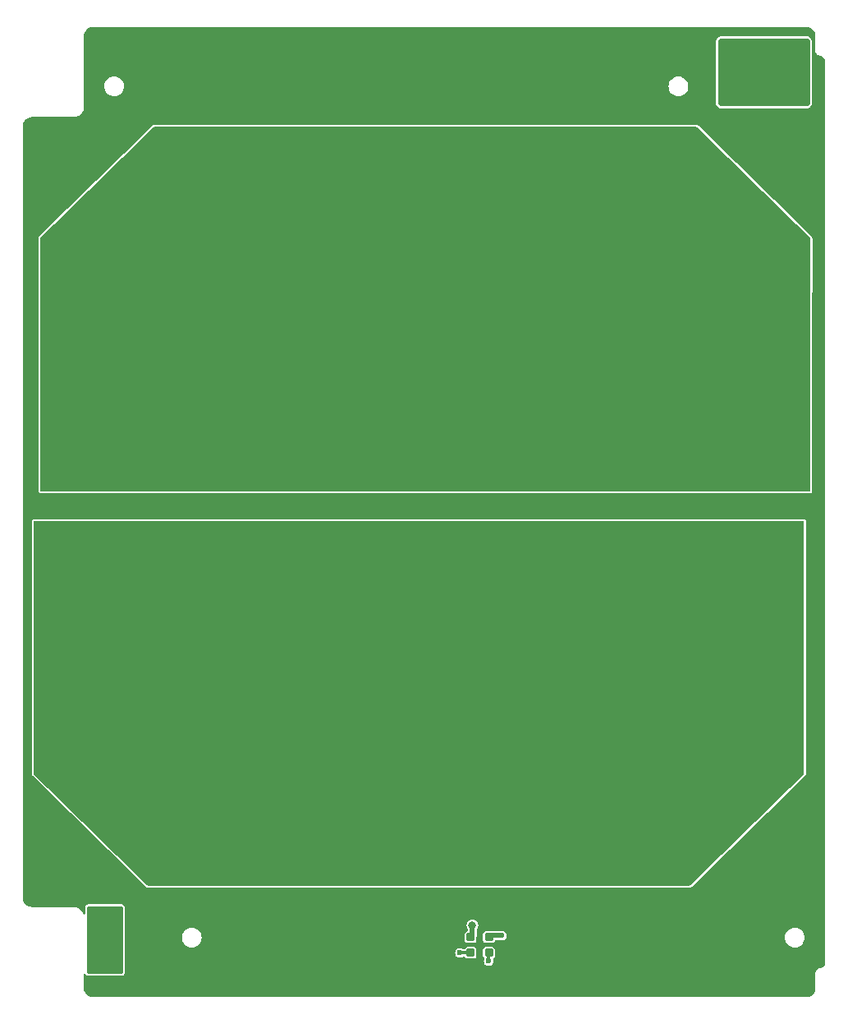
<source format=gtl>
G04 #@! TF.GenerationSoftware,KiCad,Pcbnew,8.0.2*
G04 #@! TF.CreationDate,2024-08-20T08:19:13+02:00*
G04 #@! TF.ProjectId,STS1_SIDEPANEL,53545331-5f53-4494-9445-50414e454c2e,rev?*
G04 #@! TF.SameCoordinates,Original*
G04 #@! TF.FileFunction,Copper,L1,Top*
G04 #@! TF.FilePolarity,Positive*
%FSLAX46Y46*%
G04 Gerber Fmt 4.6, Leading zero omitted, Abs format (unit mm)*
G04 Created by KiCad (PCBNEW 8.0.2) date 2024-08-20 08:19:13*
%MOMM*%
%LPD*%
G01*
G04 APERTURE LIST*
G04 Aperture macros list*
%AMRoundRect*
0 Rectangle with rounded corners*
0 $1 Rounding radius*
0 $2 $3 $4 $5 $6 $7 $8 $9 X,Y pos of 4 corners*
0 Add a 4 corners polygon primitive as box body*
4,1,4,$2,$3,$4,$5,$6,$7,$8,$9,$2,$3,0*
0 Add four circle primitives for the rounded corners*
1,1,$1+$1,$2,$3*
1,1,$1+$1,$4,$5*
1,1,$1+$1,$6,$7*
1,1,$1+$1,$8,$9*
0 Add four rect primitives between the rounded corners*
20,1,$1+$1,$2,$3,$4,$5,0*
20,1,$1+$1,$4,$5,$6,$7,0*
20,1,$1+$1,$6,$7,$8,$9,0*
20,1,$1+$1,$8,$9,$2,$3,0*%
%AMFreePoly0*
4,1,17,27.998779,14.255902,28.009846,14.246565,39.669846,2.866565,39.698571,2.811843,39.696113,2.795000,39.700000,2.795000,39.700000,-2.795000,-39.700000,-2.795000,-39.700000,2.795000,-39.695106,2.795000,-39.695106,2.825902,-39.669846,2.866565,-28.009846,14.246565,-27.954442,14.273952,-27.940000,14.275000,27.940000,14.275000,27.998779,14.255902,27.998779,14.255902,$1*%
G04 Aperture macros list end*
G04 #@! TA.AperFunction,FiducialPad,Local*
%ADD10C,6.000000*%
G04 #@! TD*
G04 #@! TA.AperFunction,SMDPad,CuDef*
%ADD11FreePoly0,180.000000*%
G04 #@! TD*
G04 #@! TA.AperFunction,FiducialPad,Global*
%ADD12C,6.000000*%
G04 #@! TD*
G04 #@! TA.AperFunction,SMDPad,CuDef*
%ADD13R,79.400000X20.475000*%
G04 #@! TD*
G04 #@! TA.AperFunction,SMDPad,CuDef*
%ADD14RoundRect,0.350000X4.400000X3.150000X-4.400000X3.150000X-4.400000X-3.150000X4.400000X-3.150000X0*%
G04 #@! TD*
G04 #@! TA.AperFunction,SMDPad,CuDef*
%ADD15RoundRect,0.185000X1.665000X3.315000X-1.665000X3.315000X-1.665000X-3.315000X1.665000X-3.315000X0*%
G04 #@! TD*
G04 #@! TA.AperFunction,SMDPad,CuDef*
%ADD16FreePoly0,0.000000*%
G04 #@! TD*
G04 #@! TA.AperFunction,SMDPad,CuDef*
%ADD17RoundRect,0.350000X-4.400000X-3.150000X4.400000X-3.150000X4.400000X3.150000X-4.400000X3.150000X0*%
G04 #@! TD*
G04 #@! TA.AperFunction,SMDPad,CuDef*
%ADD18RoundRect,0.100000X0.300000X0.300000X-0.300000X0.300000X-0.300000X-0.300000X0.300000X-0.300000X0*%
G04 #@! TD*
G04 #@! TA.AperFunction,ViaPad*
%ADD19C,0.600000*%
G04 #@! TD*
G04 #@! TA.AperFunction,ViaPad*
%ADD20C,0.800000*%
G04 #@! TD*
G04 #@! TA.AperFunction,Conductor*
%ADD21C,0.200000*%
G04 #@! TD*
G04 #@! TA.AperFunction,Conductor*
%ADD22C,0.500000*%
G04 #@! TD*
G04 #@! TA.AperFunction,Conductor*
%ADD23C,0.300000*%
G04 #@! TD*
G04 #@! TA.AperFunction,Conductor*
%ADD24C,1.000000*%
G04 #@! TD*
G04 APERTURE END LIST*
D10*
X148492000Y-108097800D03*
D11*
X124492000Y-113702800D03*
D12*
X124492000Y-108097800D03*
D13*
X124492000Y-100670300D03*
D12*
X98492000Y-108097800D03*
D14*
X139822000Y-133597800D03*
X108362000Y-133597800D03*
D15*
X92107000Y-133592800D03*
D10*
X101152400Y-69705000D03*
D16*
X125152400Y-64100000D03*
D12*
X125152400Y-69705000D03*
D13*
X125152400Y-77132500D03*
D12*
X151152400Y-69705000D03*
D17*
X109822400Y-44205000D03*
X141282400Y-44205000D03*
X160077400Y-44210000D03*
D18*
X129800000Y-133300000D03*
X129800000Y-134900000D03*
X131700000Y-134900000D03*
X131700000Y-133300000D03*
D19*
X84225000Y-76750000D03*
X99000000Y-135275000D03*
X165500000Y-123500000D03*
X99000000Y-138275000D03*
X149325000Y-41200000D03*
D20*
X91000000Y-89100000D03*
D19*
X130700000Y-45500000D03*
X115140000Y-133825000D03*
X165500000Y-117500000D03*
X101900000Y-136775000D03*
X90875000Y-50400000D03*
X133600000Y-41000000D03*
X118200000Y-42500000D03*
X132200000Y-45500000D03*
X146425000Y-41200000D03*
X130700000Y-41000000D03*
X161000000Y-128000000D03*
X115140000Y-136825000D03*
X96000000Y-138225000D03*
X165500000Y-102500000D03*
X103460000Y-138275000D03*
X84225000Y-73750000D03*
X165000000Y-54500000D03*
X121100000Y-138325000D03*
X99900000Y-42500000D03*
X98400000Y-44000000D03*
X155000000Y-131000000D03*
X84225000Y-69250000D03*
X113640000Y-136825000D03*
X161975000Y-136900000D03*
X165500000Y-107000000D03*
X84225000Y-79750000D03*
X165475000Y-89150000D03*
X92400000Y-40975000D03*
X146425000Y-45700000D03*
X147100000Y-136875000D03*
X88850000Y-88975000D03*
X131500000Y-136825000D03*
X135100000Y-44000000D03*
X159500000Y-126500000D03*
X96000000Y-133725000D03*
X165500000Y-96500000D03*
X165500000Y-101000000D03*
X84225000Y-61750000D03*
X92375000Y-48900000D03*
X132200000Y-41000000D03*
X145600000Y-138375000D03*
X155000000Y-129500000D03*
X92375000Y-50400000D03*
X119600000Y-138325000D03*
X159500000Y-129500000D03*
X115300000Y-41000000D03*
X84875000Y-53600000D03*
X164000000Y-131000000D03*
X161000000Y-125000000D03*
X150000000Y-133875000D03*
X134500000Y-133825000D03*
X157400000Y-133875000D03*
X151500000Y-136875000D03*
X125800000Y-41000000D03*
X162500000Y-129500000D03*
X119600000Y-133825000D03*
X125600000Y-136825000D03*
X156000000Y-135375000D03*
X132200000Y-42500000D03*
X84225000Y-67750000D03*
X124100000Y-135325000D03*
X119600000Y-136825000D03*
X87875000Y-53600000D03*
X165500000Y-108500000D03*
X96900000Y-45500000D03*
X100500000Y-138275000D03*
X84225000Y-63250000D03*
X149325000Y-45700000D03*
X134500000Y-138325000D03*
X147100000Y-138375000D03*
X134500000Y-136825000D03*
X153000000Y-138375000D03*
X99000000Y-133775000D03*
X147925000Y-44200000D03*
X165500000Y-90500000D03*
X165500000Y-104000000D03*
X127100000Y-136825000D03*
X99900000Y-45500000D03*
X162500000Y-122000000D03*
X164000000Y-123500000D03*
X165500000Y-122000000D03*
X101300000Y-41000000D03*
X93875000Y-47400000D03*
X152325000Y-42700000D03*
X153000000Y-136875000D03*
X119800000Y-41000000D03*
X150000000Y-136875000D03*
X159500000Y-131000000D03*
X162500000Y-126500000D03*
X158000000Y-129500000D03*
X165500000Y-111500000D03*
X162500000Y-128000000D03*
X162500000Y-125000000D03*
X95275000Y-47400000D03*
X86375000Y-54975000D03*
X87875000Y-52100000D03*
X165500000Y-98000000D03*
X89375000Y-52100000D03*
X160525000Y-89125000D03*
X84225000Y-72250000D03*
X156000000Y-136875000D03*
X84225000Y-82750000D03*
X165500000Y-114500000D03*
X161000000Y-123500000D03*
X116640000Y-133825000D03*
X164000000Y-122000000D03*
X118200000Y-45500000D03*
X97500000Y-135275000D03*
X102900000Y-44000000D03*
X124100000Y-136825000D03*
X127100000Y-135325000D03*
X165000000Y-49500000D03*
X150000000Y-138375000D03*
X156500000Y-131000000D03*
X115300000Y-42500000D03*
X84875000Y-52100000D03*
X154500000Y-136875000D03*
X133600000Y-44000000D03*
X134500000Y-135325000D03*
X90900000Y-40975000D03*
X133000000Y-138325000D03*
X152325000Y-41200000D03*
X156500000Y-128000000D03*
X86375000Y-52100000D03*
X95300000Y-40975000D03*
X161000000Y-129500000D03*
X161000000Y-126500000D03*
X87875000Y-54975000D03*
X119600000Y-135325000D03*
X165500000Y-129500000D03*
X160575000Y-133900000D03*
X84225000Y-88975000D03*
X122600000Y-133825000D03*
X104400000Y-45500000D03*
X98400000Y-45500000D03*
X127100000Y-138325000D03*
X121100000Y-135325000D03*
X165500000Y-131000000D03*
X87875000Y-50500000D03*
X118040000Y-136825000D03*
X115140000Y-135325000D03*
X158000000Y-126500000D03*
X157400000Y-138375000D03*
X159075000Y-136900000D03*
X130000000Y-138325000D03*
X125600000Y-135325000D03*
X130700000Y-42500000D03*
X104400000Y-42500000D03*
X165500000Y-126500000D03*
X135100000Y-41000000D03*
X145600000Y-136875000D03*
X164000000Y-128000000D03*
X121300000Y-42500000D03*
X164000000Y-129500000D03*
X147100000Y-135375000D03*
X153875000Y-45700000D03*
X159075000Y-138400000D03*
X89375000Y-50500000D03*
X121100000Y-133825000D03*
X133600000Y-45500000D03*
X84225000Y-78250000D03*
X97500000Y-138275000D03*
X162500000Y-131000000D03*
X146425000Y-42700000D03*
X93900000Y-42475000D03*
X165500000Y-125000000D03*
X104400000Y-44000000D03*
X92400000Y-42475000D03*
X157400000Y-136875000D03*
X153000000Y-133875000D03*
X165500000Y-119000000D03*
X115140000Y-138325000D03*
X86375000Y-50500000D03*
X84875000Y-57575000D03*
X95300000Y-42475000D03*
X89375000Y-53600000D03*
X93875000Y-48900000D03*
X121100000Y-136825000D03*
X159500000Y-125000000D03*
X157400000Y-135375000D03*
X98400000Y-42500000D03*
X147925000Y-42700000D03*
X153875000Y-41200000D03*
X162375000Y-89125000D03*
X121300000Y-41000000D03*
X96900000Y-42500000D03*
X149325000Y-44200000D03*
X101900000Y-138275000D03*
X125600000Y-133825000D03*
X156500000Y-129500000D03*
X164000000Y-125000000D03*
X99900000Y-44000000D03*
X150825000Y-41200000D03*
X84875000Y-50500000D03*
X135100000Y-42500000D03*
X100500000Y-136775000D03*
X96000000Y-135225000D03*
X153000000Y-135375000D03*
X132200000Y-44000000D03*
X116800000Y-41000000D03*
X158000000Y-128000000D03*
X129200000Y-41000000D03*
X148600000Y-135375000D03*
X153875000Y-42700000D03*
X101300000Y-42500000D03*
X102900000Y-45500000D03*
X102900000Y-41000000D03*
X122600000Y-136825000D03*
X129200000Y-42500000D03*
X148600000Y-138375000D03*
X165500000Y-92000000D03*
X122600000Y-135325000D03*
X84875000Y-56375000D03*
X116800000Y-42500000D03*
X96900000Y-44000000D03*
X119800000Y-45500000D03*
X121300000Y-44000000D03*
X164000000Y-126500000D03*
X90875000Y-47400000D03*
X154500000Y-133875000D03*
X118040000Y-138325000D03*
X118040000Y-135325000D03*
X124100000Y-133825000D03*
X84225000Y-84250000D03*
X84225000Y-85750000D03*
X116640000Y-135325000D03*
X159500000Y-128000000D03*
X90875000Y-52100000D03*
X145600000Y-133875000D03*
X146425000Y-44200000D03*
X102900000Y-42500000D03*
X97500000Y-136775000D03*
X165500000Y-116000000D03*
X99000000Y-136775000D03*
X156000000Y-138375000D03*
X84225000Y-87250000D03*
X116800000Y-44000000D03*
X113640000Y-138325000D03*
X119800000Y-42500000D03*
X153875000Y-44200000D03*
X86375000Y-56375000D03*
X133000000Y-135325000D03*
X147925000Y-41200000D03*
X101300000Y-44000000D03*
X118040000Y-133825000D03*
X158000000Y-131000000D03*
X127300000Y-41000000D03*
X113640000Y-133825000D03*
X93900000Y-40975000D03*
X116800000Y-45500000D03*
X165500000Y-110000000D03*
X151500000Y-135375000D03*
X97500000Y-133775000D03*
X84225000Y-64750000D03*
X128500000Y-138325000D03*
X96900000Y-41000000D03*
X159075000Y-133900000D03*
X118200000Y-41000000D03*
X93875000Y-50400000D03*
X150000000Y-135375000D03*
X151500000Y-133875000D03*
X84225000Y-66250000D03*
X127100000Y-133825000D03*
X129200000Y-45500000D03*
X160575000Y-138400000D03*
X122800000Y-41000000D03*
X119800000Y-44000000D03*
X147100000Y-133875000D03*
X96000000Y-136725000D03*
X131500000Y-138325000D03*
X165500000Y-120500000D03*
X156000000Y-133875000D03*
X163975000Y-89125000D03*
X165500000Y-99500000D03*
X159075000Y-135400000D03*
X101900000Y-135275000D03*
X145600000Y-135375000D03*
X86375000Y-53600000D03*
X124200000Y-41000000D03*
X165500000Y-105500000D03*
X98400000Y-41000000D03*
X116640000Y-136825000D03*
X84225000Y-81250000D03*
X129200000Y-44000000D03*
X90900000Y-42475000D03*
X130700000Y-44000000D03*
X149325000Y-42700000D03*
X162500000Y-123500000D03*
X116640000Y-138325000D03*
X100500000Y-135275000D03*
X133600000Y-42500000D03*
X101300000Y-45500000D03*
X85725000Y-88975000D03*
X164000000Y-120500000D03*
X165500000Y-128000000D03*
X122600000Y-138325000D03*
X115300000Y-45500000D03*
X92375000Y-47400000D03*
X90875000Y-48900000D03*
X84875000Y-58975000D03*
X160575000Y-136900000D03*
X135100000Y-45500000D03*
X154500000Y-138375000D03*
X104400000Y-41000000D03*
X161000000Y-131000000D03*
X130000000Y-136825000D03*
X148600000Y-133875000D03*
X165500000Y-93500000D03*
X133000000Y-136825000D03*
X147925000Y-45700000D03*
X84225000Y-70750000D03*
X148600000Y-136875000D03*
X135900000Y-138325000D03*
X124100000Y-138325000D03*
X154500000Y-135375000D03*
X84225000Y-75250000D03*
X165500000Y-113000000D03*
X87350000Y-88975000D03*
X161975000Y-138400000D03*
X95275000Y-48900000D03*
X113640000Y-135325000D03*
X128500000Y-136825000D03*
X115300000Y-44000000D03*
X99900000Y-41000000D03*
X118200000Y-44000000D03*
X165500000Y-95000000D03*
X161975000Y-135400000D03*
X125600000Y-138325000D03*
X84875000Y-54975000D03*
X151500000Y-138375000D03*
X160575000Y-135400000D03*
X150825000Y-42700000D03*
X133025000Y-133150000D03*
X131675000Y-135775000D03*
X128725000Y-134925000D03*
D20*
X130000000Y-132075000D03*
D21*
X140260000Y-134500000D02*
X140900000Y-133860000D01*
D22*
X133025000Y-133150000D02*
X131850000Y-133150000D01*
X131850000Y-133150000D02*
X131700000Y-133300000D01*
D23*
X131675000Y-135775000D02*
X131675000Y-134925000D01*
X131675000Y-134925000D02*
X131700000Y-134900000D01*
X128725000Y-134925000D02*
X129775000Y-134925000D01*
X129775000Y-134925000D02*
X129800000Y-134900000D01*
D24*
X125152400Y-69705000D02*
X125152400Y-77132500D01*
D22*
X130000000Y-132075000D02*
X130000000Y-133100000D01*
X130000000Y-133100000D02*
X129800000Y-133300000D01*
G04 #@! TA.AperFunction,Conductor*
G36*
X164404540Y-39510933D02*
G01*
X164518978Y-39521689D01*
X164562784Y-39525806D01*
X164579604Y-39528870D01*
X164654365Y-39549289D01*
X164729132Y-39569711D01*
X164745163Y-39575619D01*
X164885429Y-39641577D01*
X164900213Y-39650160D01*
X165027039Y-39739269D01*
X165040129Y-39750270D01*
X165149729Y-39859870D01*
X165160730Y-39872960D01*
X165249839Y-39999786D01*
X165258423Y-40014572D01*
X165324377Y-40154828D01*
X165330290Y-40170872D01*
X165371129Y-40320395D01*
X165374193Y-40337215D01*
X165389066Y-40495457D01*
X165389500Y-40504721D01*
X165389500Y-41983814D01*
X165388832Y-41989015D01*
X165389328Y-41997399D01*
X165389500Y-42003234D01*
X165389500Y-42016145D01*
X165390766Y-42021654D01*
X165393429Y-42066540D01*
X165393430Y-42066542D01*
X165432606Y-42192673D01*
X165500876Y-42305726D01*
X165500877Y-42305727D01*
X165500879Y-42305730D01*
X165594270Y-42399121D01*
X165707329Y-42467395D01*
X165833459Y-42506570D01*
X165889867Y-42509916D01*
X165907445Y-42512558D01*
X166008756Y-42537255D01*
X166029035Y-42544620D01*
X166120969Y-42589897D01*
X166139181Y-42601490D01*
X166219113Y-42665618D01*
X166234381Y-42680886D01*
X166298509Y-42760818D01*
X166310102Y-42779030D01*
X166355376Y-42870957D01*
X166362746Y-42891250D01*
X166386683Y-42989443D01*
X166389500Y-43012890D01*
X166389500Y-135988824D01*
X166387336Y-136009409D01*
X166365919Y-136110161D01*
X166358661Y-136131728D01*
X166315154Y-136224185D01*
X166303162Y-136243526D01*
X166239695Y-136323602D01*
X166223602Y-136339695D01*
X166143526Y-136403162D01*
X166124186Y-136415154D01*
X166071322Y-136440030D01*
X166031730Y-136458660D01*
X166010163Y-136465919D01*
X165911600Y-136486869D01*
X165886908Y-136488947D01*
X165846082Y-136487250D01*
X165842213Y-136487090D01*
X165842212Y-136487090D01*
X165727799Y-136509480D01*
X165727791Y-136509482D01*
X165621823Y-136558096D01*
X165530225Y-136630214D01*
X165530214Y-136630225D01*
X165458096Y-136721823D01*
X165409482Y-136827791D01*
X165409480Y-136827799D01*
X165387090Y-136942211D01*
X165389415Y-136998147D01*
X165389500Y-137002258D01*
X165389500Y-138495278D01*
X165389066Y-138504542D01*
X165374193Y-138662784D01*
X165371129Y-138679604D01*
X165330290Y-138829127D01*
X165324377Y-138845171D01*
X165258423Y-138985427D01*
X165249839Y-139000213D01*
X165160730Y-139127039D01*
X165149729Y-139140129D01*
X165040129Y-139249729D01*
X165027039Y-139260730D01*
X164900213Y-139349839D01*
X164885427Y-139358423D01*
X164745171Y-139424377D01*
X164729127Y-139430290D01*
X164579604Y-139471129D01*
X164562784Y-139474193D01*
X164419854Y-139487626D01*
X164404540Y-139489066D01*
X164395279Y-139489500D01*
X90904721Y-139489500D01*
X90895459Y-139489066D01*
X90878705Y-139487491D01*
X90737215Y-139474193D01*
X90720395Y-139471129D01*
X90570872Y-139430290D01*
X90554830Y-139424377D01*
X90484700Y-139391400D01*
X90414572Y-139358423D01*
X90399786Y-139349839D01*
X90272960Y-139260730D01*
X90259870Y-139249729D01*
X90150270Y-139140129D01*
X90139269Y-139127039D01*
X90050160Y-139000213D01*
X90041576Y-138985427D01*
X90014325Y-138927475D01*
X89975619Y-138845163D01*
X89969711Y-138829132D01*
X89949289Y-138754365D01*
X89928870Y-138679604D01*
X89925806Y-138662783D01*
X89910934Y-138504541D01*
X89910500Y-138495278D01*
X89910500Y-137126255D01*
X89929407Y-137068064D01*
X89978907Y-137032100D01*
X90040093Y-137032100D01*
X90089593Y-137068064D01*
X90098438Y-137082770D01*
X90123924Y-137134902D01*
X90214898Y-137225876D01*
X90330482Y-137282382D01*
X90405418Y-137293300D01*
X90405421Y-137293300D01*
X93808578Y-137293300D01*
X93808582Y-137293300D01*
X93883518Y-137282382D01*
X93999102Y-137225876D01*
X94090076Y-137134902D01*
X94146582Y-137019318D01*
X94157500Y-136944382D01*
X94157500Y-134924997D01*
X128219353Y-134924997D01*
X128219353Y-134925002D01*
X128239834Y-135067456D01*
X128299622Y-135198371D01*
X128299623Y-135198373D01*
X128368682Y-135278072D01*
X128393873Y-135307144D01*
X128495982Y-135372765D01*
X128514947Y-135384953D01*
X128621403Y-135416211D01*
X128653035Y-135425499D01*
X128653036Y-135425499D01*
X128653039Y-135425500D01*
X128653041Y-135425500D01*
X128796959Y-135425500D01*
X128796961Y-135425500D01*
X128935053Y-135384953D01*
X129056128Y-135307143D01*
X129061480Y-135302506D01*
X129062968Y-135304223D01*
X129106341Y-135278072D01*
X129128759Y-135275500D01*
X129140339Y-135275500D01*
X129198530Y-135294407D01*
X129230903Y-135334511D01*
X129247794Y-135372765D01*
X129327235Y-135452206D01*
X129430009Y-135497585D01*
X129455135Y-135500500D01*
X130144864Y-135500499D01*
X130169991Y-135497585D01*
X130272765Y-135452206D01*
X130352206Y-135372765D01*
X130397585Y-135269991D01*
X130400500Y-135244865D01*
X130400499Y-134555136D01*
X130400498Y-134555130D01*
X131099500Y-134555130D01*
X131099500Y-135244860D01*
X131099501Y-135244863D01*
X131102414Y-135269990D01*
X131127756Y-135327385D01*
X131147794Y-135372765D01*
X131209495Y-135434466D01*
X131237271Y-135488981D01*
X131229543Y-135545595D01*
X131189834Y-135632543D01*
X131169353Y-135774997D01*
X131169353Y-135775002D01*
X131189834Y-135917456D01*
X131249622Y-136048371D01*
X131249623Y-136048373D01*
X131321850Y-136131728D01*
X131343873Y-136157144D01*
X131464318Y-136234549D01*
X131464947Y-136234953D01*
X131571403Y-136266211D01*
X131603035Y-136275499D01*
X131603036Y-136275499D01*
X131603039Y-136275500D01*
X131603041Y-136275500D01*
X131746959Y-136275500D01*
X131746961Y-136275500D01*
X131885053Y-136234953D01*
X132006128Y-136157143D01*
X132100377Y-136048373D01*
X132160165Y-135917457D01*
X132180647Y-135775000D01*
X132160165Y-135632543D01*
X132135026Y-135577496D01*
X132128051Y-135516709D01*
X132158137Y-135463432D01*
X132169137Y-135454690D01*
X132172758Y-135452209D01*
X132172765Y-135452206D01*
X132252206Y-135372765D01*
X132297585Y-135269991D01*
X132300500Y-135244865D01*
X132300499Y-134555136D01*
X132297585Y-134530009D01*
X132252206Y-134427235D01*
X132172765Y-134347794D01*
X132069991Y-134302415D01*
X132069990Y-134302414D01*
X132069988Y-134302414D01*
X132044868Y-134299500D01*
X131355139Y-134299500D01*
X131355136Y-134299501D01*
X131330009Y-134302414D01*
X131227235Y-134347794D01*
X131147794Y-134427235D01*
X131102414Y-134530011D01*
X131099500Y-134555130D01*
X130400498Y-134555130D01*
X130397585Y-134530009D01*
X130352206Y-134427235D01*
X130272765Y-134347794D01*
X130169991Y-134302415D01*
X130169990Y-134302414D01*
X130169988Y-134302414D01*
X130144868Y-134299500D01*
X129455139Y-134299500D01*
X129455136Y-134299501D01*
X129430009Y-134302414D01*
X129327235Y-134347794D01*
X129247793Y-134427236D01*
X129211955Y-134508401D01*
X129171154Y-134553996D01*
X129111345Y-134566901D01*
X129062621Y-134545849D01*
X129062085Y-134546685D01*
X129057019Y-134543429D01*
X129056560Y-134543231D01*
X129056128Y-134542856D01*
X128935057Y-134465049D01*
X128935054Y-134465047D01*
X128935053Y-134465047D01*
X128935050Y-134465046D01*
X128796964Y-134424500D01*
X128796961Y-134424500D01*
X128653039Y-134424500D01*
X128653035Y-134424500D01*
X128514949Y-134465046D01*
X128514942Y-134465049D01*
X128393873Y-134542855D01*
X128299622Y-134651628D01*
X128239834Y-134782543D01*
X128219353Y-134924997D01*
X94157500Y-134924997D01*
X94157500Y-133349996D01*
X100034611Y-133349996D01*
X100034611Y-133350003D01*
X100054119Y-133548087D01*
X100054120Y-133548093D01*
X100105551Y-133717636D01*
X100111903Y-133738573D01*
X100111906Y-133738578D01*
X100111907Y-133738581D01*
X100130179Y-133772765D01*
X100205735Y-133914120D01*
X100205737Y-133914122D01*
X100205738Y-133914124D01*
X100332007Y-134067983D01*
X100332016Y-134067992D01*
X100485875Y-134194261D01*
X100485880Y-134194265D01*
X100661427Y-134288097D01*
X100768202Y-134320487D01*
X100851906Y-134345879D01*
X100851912Y-134345880D01*
X101049997Y-134365389D01*
X101050000Y-134365389D01*
X101050003Y-134365389D01*
X101248087Y-134345880D01*
X101248093Y-134345879D01*
X101438573Y-134288097D01*
X101614120Y-134194265D01*
X101767988Y-134067988D01*
X101894265Y-133914120D01*
X101988097Y-133738573D01*
X102045879Y-133548093D01*
X102046377Y-133543042D01*
X102065389Y-133350003D01*
X102065389Y-133349996D01*
X102045880Y-133151912D01*
X102045879Y-133151906D01*
X102002086Y-133007543D01*
X101988097Y-132961427D01*
X101984731Y-132955130D01*
X129199500Y-132955130D01*
X129199500Y-133644860D01*
X129199501Y-133644863D01*
X129202414Y-133669990D01*
X129227756Y-133727385D01*
X129247794Y-133772765D01*
X129327235Y-133852206D01*
X129430009Y-133897585D01*
X129455135Y-133900500D01*
X130144864Y-133900499D01*
X130169991Y-133897585D01*
X130272765Y-133852206D01*
X130352206Y-133772765D01*
X130397585Y-133669991D01*
X130400500Y-133644865D01*
X130400499Y-133333841D01*
X130413763Y-133284341D01*
X130419799Y-133273887D01*
X130437102Y-133209309D01*
X130450500Y-133159309D01*
X130450500Y-132955130D01*
X131099500Y-132955130D01*
X131099500Y-133644860D01*
X131099501Y-133644863D01*
X131102414Y-133669990D01*
X131127756Y-133727385D01*
X131147794Y-133772765D01*
X131227235Y-133852206D01*
X131330009Y-133897585D01*
X131355135Y-133900500D01*
X132044864Y-133900499D01*
X132069991Y-133897585D01*
X132172765Y-133852206D01*
X132252206Y-133772765D01*
X132297585Y-133669991D01*
X132297585Y-133669988D01*
X132300592Y-133663179D01*
X132302763Y-133664137D01*
X132330154Y-133622319D01*
X132387362Y-133600616D01*
X132392155Y-133600500D01*
X132772712Y-133600500D01*
X132808083Y-133608195D01*
X132808153Y-133607958D01*
X132811468Y-133608931D01*
X132813838Y-133609447D01*
X132814943Y-133609951D01*
X132814944Y-133609951D01*
X132814947Y-133609953D01*
X132928939Y-133643423D01*
X132953035Y-133650499D01*
X132953036Y-133650499D01*
X132953039Y-133650500D01*
X132953041Y-133650500D01*
X133096959Y-133650500D01*
X133096961Y-133650500D01*
X133235053Y-133609953D01*
X133356128Y-133532143D01*
X133450377Y-133423373D01*
X133483888Y-133349996D01*
X162234611Y-133349996D01*
X162234611Y-133350003D01*
X162254119Y-133548087D01*
X162254120Y-133548093D01*
X162305551Y-133717636D01*
X162311903Y-133738573D01*
X162311906Y-133738578D01*
X162311907Y-133738581D01*
X162330179Y-133772765D01*
X162405735Y-133914120D01*
X162405737Y-133914122D01*
X162405738Y-133914124D01*
X162532007Y-134067983D01*
X162532016Y-134067992D01*
X162685875Y-134194261D01*
X162685880Y-134194265D01*
X162861427Y-134288097D01*
X162968202Y-134320487D01*
X163051906Y-134345879D01*
X163051912Y-134345880D01*
X163249997Y-134365389D01*
X163250000Y-134365389D01*
X163250003Y-134365389D01*
X163448087Y-134345880D01*
X163448093Y-134345879D01*
X163638573Y-134288097D01*
X163814120Y-134194265D01*
X163967988Y-134067988D01*
X164094265Y-133914120D01*
X164188097Y-133738573D01*
X164245879Y-133548093D01*
X164246377Y-133543042D01*
X164265389Y-133350003D01*
X164265389Y-133349996D01*
X164245880Y-133151912D01*
X164245879Y-133151906D01*
X164202086Y-133007543D01*
X164188097Y-132961427D01*
X164094265Y-132785880D01*
X164079472Y-132767855D01*
X163967992Y-132632016D01*
X163967983Y-132632007D01*
X163814124Y-132505738D01*
X163814122Y-132505737D01*
X163814120Y-132505735D01*
X163705477Y-132447664D01*
X163638581Y-132411907D01*
X163638578Y-132411906D01*
X163638573Y-132411903D01*
X163617636Y-132405551D01*
X163448093Y-132354120D01*
X163448087Y-132354119D01*
X163250003Y-132334611D01*
X163249997Y-132334611D01*
X163051912Y-132354119D01*
X163051906Y-132354120D01*
X162861433Y-132411901D01*
X162861431Y-132411901D01*
X162861427Y-132411903D01*
X162861424Y-132411904D01*
X162861418Y-132411907D01*
X162685885Y-132505732D01*
X162685875Y-132505738D01*
X162532016Y-132632007D01*
X162532007Y-132632016D01*
X162405738Y-132785875D01*
X162405732Y-132785885D01*
X162311907Y-132961418D01*
X162311901Y-132961433D01*
X162254120Y-133151906D01*
X162254119Y-133151912D01*
X162234611Y-133349996D01*
X133483888Y-133349996D01*
X133510165Y-133292457D01*
X133522120Y-133209308D01*
X133530647Y-133150002D01*
X133530647Y-133149997D01*
X133510165Y-133007543D01*
X133486231Y-132955135D01*
X133450377Y-132876627D01*
X133356128Y-132767857D01*
X133356127Y-132767856D01*
X133356126Y-132767855D01*
X133235057Y-132690049D01*
X133235054Y-132690047D01*
X133235053Y-132690047D01*
X133235050Y-132690046D01*
X133096964Y-132649500D01*
X133096961Y-132649500D01*
X132953039Y-132649500D01*
X132953035Y-132649500D01*
X132814943Y-132690048D01*
X132813838Y-132690553D01*
X132811468Y-132691068D01*
X132808153Y-132692042D01*
X132808083Y-132691804D01*
X132772712Y-132699500D01*
X131355139Y-132699500D01*
X131355136Y-132699501D01*
X131330009Y-132702414D01*
X131227235Y-132747794D01*
X131147794Y-132827235D01*
X131102414Y-132930011D01*
X131099500Y-132955130D01*
X130450500Y-132955130D01*
X130450500Y-132507932D01*
X130469407Y-132449741D01*
X130470936Y-132447693D01*
X130524536Y-132377841D01*
X130585044Y-132231762D01*
X130605682Y-132075000D01*
X130585044Y-131918238D01*
X130524537Y-131772161D01*
X130524537Y-131772160D01*
X130428286Y-131646723D01*
X130428285Y-131646722D01*
X130428282Y-131646718D01*
X130428277Y-131646714D01*
X130428276Y-131646713D01*
X130302838Y-131550462D01*
X130156766Y-131489957D01*
X130156758Y-131489955D01*
X130000001Y-131469318D01*
X129999999Y-131469318D01*
X129843241Y-131489955D01*
X129843233Y-131489957D01*
X129697161Y-131550462D01*
X129697160Y-131550462D01*
X129571723Y-131646713D01*
X129571713Y-131646723D01*
X129475462Y-131772160D01*
X129475462Y-131772161D01*
X129414957Y-131918233D01*
X129414955Y-131918241D01*
X129394318Y-132074999D01*
X129394318Y-132075000D01*
X129414955Y-132231758D01*
X129414957Y-132231766D01*
X129475462Y-132377838D01*
X129475463Y-132377840D01*
X129475464Y-132377841D01*
X129529042Y-132447665D01*
X129549466Y-132505340D01*
X129549500Y-132507932D01*
X129549500Y-132600603D01*
X129530593Y-132658794D01*
X129481093Y-132694758D01*
X129457966Y-132699110D01*
X129457974Y-132699172D01*
X129457108Y-132699272D01*
X129456234Y-132699437D01*
X129455143Y-132699500D01*
X129430009Y-132702414D01*
X129327235Y-132747794D01*
X129247794Y-132827235D01*
X129202414Y-132930011D01*
X129199500Y-132955130D01*
X101984731Y-132955130D01*
X101894265Y-132785880D01*
X101879472Y-132767855D01*
X101767992Y-132632016D01*
X101767983Y-132632007D01*
X101614124Y-132505738D01*
X101614122Y-132505737D01*
X101614120Y-132505735D01*
X101505477Y-132447664D01*
X101438581Y-132411907D01*
X101438578Y-132411906D01*
X101438573Y-132411903D01*
X101417636Y-132405551D01*
X101248093Y-132354120D01*
X101248087Y-132354119D01*
X101050003Y-132334611D01*
X101049997Y-132334611D01*
X100851912Y-132354119D01*
X100851906Y-132354120D01*
X100661433Y-132411901D01*
X100661431Y-132411901D01*
X100661427Y-132411903D01*
X100661424Y-132411904D01*
X100661418Y-132411907D01*
X100485885Y-132505732D01*
X100485875Y-132505738D01*
X100332016Y-132632007D01*
X100332007Y-132632016D01*
X100205738Y-132785875D01*
X100205732Y-132785885D01*
X100111907Y-132961418D01*
X100111901Y-132961433D01*
X100054120Y-133151906D01*
X100054119Y-133151912D01*
X100034611Y-133349996D01*
X94157500Y-133349996D01*
X94157500Y-130241218D01*
X94146582Y-130166282D01*
X94090076Y-130050698D01*
X93999102Y-129959724D01*
X93883518Y-129903218D01*
X93808582Y-129892300D01*
X90405418Y-129892300D01*
X90330482Y-129903218D01*
X90214899Y-129959723D01*
X90123923Y-130050699D01*
X90067418Y-130166282D01*
X90058629Y-130226609D01*
X90056500Y-130241221D01*
X90056500Y-130866678D01*
X90037593Y-130924869D01*
X89988093Y-130960833D01*
X89926907Y-130960833D01*
X89877407Y-130924869D01*
X89864607Y-130900912D01*
X89817290Y-130772520D01*
X89728694Y-130619922D01*
X89728691Y-130619918D01*
X89615166Y-130484845D01*
X89615161Y-130484839D01*
X89566812Y-130444203D01*
X89480081Y-130371308D01*
X89480077Y-130371305D01*
X89327479Y-130282709D01*
X89175254Y-130226609D01*
X89161904Y-130221689D01*
X89161902Y-130221688D01*
X89161898Y-130221687D01*
X88988309Y-130190069D01*
X88923776Y-130189653D01*
X88923020Y-130189500D01*
X88904349Y-130189500D01*
X88900488Y-130189500D01*
X88899792Y-130189498D01*
X88882250Y-130189374D01*
X88881432Y-130189500D01*
X84604721Y-130189500D01*
X84595459Y-130189066D01*
X84578705Y-130187491D01*
X84437215Y-130174193D01*
X84420395Y-130171129D01*
X84270872Y-130130290D01*
X84254830Y-130124377D01*
X84184700Y-130091400D01*
X84114572Y-130058423D01*
X84099786Y-130049839D01*
X83972960Y-129960730D01*
X83959870Y-129949729D01*
X83850270Y-129840129D01*
X83839269Y-129827039D01*
X83750160Y-129700213D01*
X83741576Y-129685427D01*
X83714325Y-129627475D01*
X83675619Y-129545163D01*
X83669711Y-129529132D01*
X83649289Y-129454365D01*
X83628870Y-129379604D01*
X83625806Y-129362783D01*
X83610934Y-129204541D01*
X83610500Y-129195278D01*
X83610500Y-116522589D01*
X84583122Y-116522589D01*
X84583123Y-116522597D01*
X84606546Y-116611000D01*
X84606549Y-116611007D01*
X84636706Y-116668456D01*
X84636709Y-116668460D01*
X84675119Y-116719998D01*
X84675123Y-116720002D01*
X84675128Y-116720009D01*
X96335128Y-128100009D01*
X96344008Y-128108068D01*
X96346164Y-128110025D01*
X96357767Y-128119813D01*
X96357772Y-128119817D01*
X96426780Y-128158189D01*
X96488497Y-128178242D01*
X96488498Y-128178242D01*
X96488501Y-128178243D01*
X96551997Y-128188300D01*
X96552000Y-128188300D01*
X152431997Y-128188300D01*
X152432000Y-128188300D01*
X152446881Y-128187760D01*
X152462045Y-128186659D01*
X152538227Y-128165921D01*
X152596401Y-128137165D01*
X152648872Y-128100009D01*
X164308872Y-116720009D01*
X164339899Y-116681381D01*
X164366422Y-116638685D01*
X164377010Y-116619410D01*
X164397361Y-116530247D01*
X164397361Y-116504600D01*
X164397500Y-116502129D01*
X164397500Y-110907800D01*
X164393122Y-110868941D01*
X164392500Y-110857857D01*
X164392500Y-90413053D01*
X164392498Y-90413041D01*
X164389711Y-90399031D01*
X164380867Y-90354569D01*
X164336552Y-90288248D01*
X164336548Y-90288245D01*
X164270233Y-90243934D01*
X164270231Y-90243933D01*
X164270228Y-90243932D01*
X164270227Y-90243932D01*
X164211758Y-90232301D01*
X164211748Y-90232300D01*
X84772252Y-90232300D01*
X84772251Y-90232300D01*
X84772241Y-90232301D01*
X84713772Y-90243932D01*
X84713766Y-90243934D01*
X84647451Y-90288245D01*
X84647445Y-90288251D01*
X84603134Y-90354566D01*
X84603132Y-90354572D01*
X84591501Y-90413041D01*
X84591500Y-90413053D01*
X84591500Y-110874738D01*
X84589018Y-110896766D01*
X84586500Y-110907798D01*
X84586500Y-116469399D01*
X84585462Y-116483696D01*
X84585155Y-116485796D01*
X84585152Y-116485827D01*
X84583122Y-116522589D01*
X83610500Y-116522589D01*
X83610500Y-61300682D01*
X85246900Y-61300682D01*
X85246900Y-66895001D01*
X85251278Y-66933857D01*
X85251900Y-66944941D01*
X85251900Y-87389746D01*
X85251901Y-87389758D01*
X85263532Y-87448227D01*
X85263533Y-87448231D01*
X85307848Y-87514552D01*
X85374169Y-87558867D01*
X85418631Y-87567711D01*
X85432641Y-87570498D01*
X85432646Y-87570498D01*
X85432652Y-87570500D01*
X85432653Y-87570500D01*
X164872147Y-87570500D01*
X164872148Y-87570500D01*
X164930631Y-87558867D01*
X164996952Y-87514552D01*
X165041267Y-87448231D01*
X165052900Y-87389748D01*
X165052900Y-66928061D01*
X165055382Y-66906030D01*
X165057900Y-66895000D01*
X165057900Y-61333401D01*
X165058938Y-61319101D01*
X165059246Y-61316993D01*
X165061277Y-61280206D01*
X165037854Y-61191800D01*
X165007692Y-61134342D01*
X165007690Y-61134339D01*
X164969280Y-61082801D01*
X164969276Y-61082796D01*
X164969272Y-61082791D01*
X153309272Y-49702791D01*
X153298249Y-49692787D01*
X153298235Y-49692774D01*
X153286632Y-49682986D01*
X153286626Y-49682982D01*
X153217620Y-49644611D01*
X153155898Y-49624556D01*
X153092403Y-49614500D01*
X153092400Y-49614500D01*
X97212400Y-49614500D01*
X97201239Y-49614905D01*
X97197518Y-49615040D01*
X97182353Y-49616141D01*
X97182352Y-49616141D01*
X97106172Y-49636879D01*
X97048004Y-49665632D01*
X97047997Y-49665636D01*
X97023502Y-49682982D01*
X97009656Y-49692787D01*
X96995527Y-49702792D01*
X85335522Y-61082796D01*
X85335522Y-61082797D01*
X85304513Y-61121402D01*
X85304500Y-61121421D01*
X85277978Y-61164114D01*
X85277975Y-61164120D01*
X85267390Y-61183388D01*
X85247039Y-61272554D01*
X85247039Y-61298206D01*
X85246900Y-61300682D01*
X83610500Y-61300682D01*
X83610500Y-49804721D01*
X83610934Y-49795458D01*
X83625806Y-49637216D01*
X83628870Y-49620395D01*
X83638756Y-49584197D01*
X83669712Y-49470863D01*
X83675617Y-49454840D01*
X83741579Y-49314565D01*
X83750160Y-49299786D01*
X83839269Y-49172960D01*
X83850264Y-49159876D01*
X83959876Y-49050264D01*
X83972960Y-49039269D01*
X84099786Y-48950160D01*
X84114565Y-48941579D01*
X84254840Y-48875617D01*
X84270863Y-48869712D01*
X84384197Y-48838756D01*
X84420395Y-48828870D01*
X84437216Y-48825806D01*
X84595458Y-48810934D01*
X84604721Y-48810500D01*
X88881432Y-48810500D01*
X88882250Y-48810625D01*
X88896664Y-48810523D01*
X88896665Y-48810524D01*
X88899792Y-48810502D01*
X88900488Y-48810500D01*
X88923472Y-48810500D01*
X88924228Y-48810343D01*
X88988303Y-48809931D01*
X89161904Y-48778311D01*
X89327475Y-48717292D01*
X89327477Y-48717290D01*
X89327479Y-48717290D01*
X89435164Y-48654770D01*
X89480078Y-48628694D01*
X89615161Y-48515161D01*
X89728694Y-48380078D01*
X89817292Y-48227475D01*
X89878311Y-48061904D01*
X89909931Y-47888303D01*
X89910343Y-47824228D01*
X89910500Y-47823471D01*
X89910500Y-47800488D01*
X89910502Y-47799792D01*
X89910625Y-47782250D01*
X89910500Y-47781432D01*
X89910500Y-45649996D01*
X92034611Y-45649996D01*
X92034611Y-45650003D01*
X92054119Y-45848087D01*
X92054120Y-45848093D01*
X92105551Y-46017636D01*
X92111903Y-46038573D01*
X92205735Y-46214120D01*
X92205737Y-46214122D01*
X92205738Y-46214124D01*
X92332007Y-46367983D01*
X92332016Y-46367992D01*
X92485875Y-46494261D01*
X92485880Y-46494265D01*
X92661427Y-46588097D01*
X92768202Y-46620487D01*
X92851906Y-46645879D01*
X92851912Y-46645880D01*
X93049997Y-46665389D01*
X93050000Y-46665389D01*
X93050003Y-46665389D01*
X93248087Y-46645880D01*
X93248093Y-46645879D01*
X93438573Y-46588097D01*
X93614120Y-46494265D01*
X93767988Y-46367988D01*
X93894265Y-46214120D01*
X93988097Y-46038573D01*
X94045879Y-45848093D01*
X94046377Y-45843042D01*
X94065389Y-45650003D01*
X94065389Y-45649996D01*
X150234611Y-45649996D01*
X150234611Y-45650003D01*
X150254119Y-45848087D01*
X150254120Y-45848093D01*
X150305551Y-46017636D01*
X150311903Y-46038573D01*
X150405735Y-46214120D01*
X150405737Y-46214122D01*
X150405738Y-46214124D01*
X150532007Y-46367983D01*
X150532016Y-46367992D01*
X150685875Y-46494261D01*
X150685880Y-46494265D01*
X150861427Y-46588097D01*
X150968202Y-46620487D01*
X151051906Y-46645879D01*
X151051912Y-46645880D01*
X151249997Y-46665389D01*
X151250000Y-46665389D01*
X151250003Y-46665389D01*
X151448087Y-46645880D01*
X151448093Y-46645879D01*
X151638573Y-46588097D01*
X151814120Y-46494265D01*
X151967988Y-46367988D01*
X152094265Y-46214120D01*
X152188097Y-46038573D01*
X152245879Y-45848093D01*
X152246377Y-45843042D01*
X152265389Y-45650003D01*
X152265389Y-45649996D01*
X152245880Y-45451912D01*
X152245879Y-45451906D01*
X152230277Y-45400475D01*
X152188097Y-45261427D01*
X152094265Y-45085880D01*
X152094261Y-45085875D01*
X151967992Y-44932016D01*
X151967983Y-44932007D01*
X151814124Y-44805738D01*
X151814122Y-44805737D01*
X151814120Y-44805735D01*
X151738885Y-44765521D01*
X151638581Y-44711907D01*
X151638578Y-44711906D01*
X151638573Y-44711903D01*
X151617636Y-44705551D01*
X151448093Y-44654120D01*
X151448087Y-44654119D01*
X151250003Y-44634611D01*
X151249997Y-44634611D01*
X151051912Y-44654119D01*
X151051906Y-44654120D01*
X150861433Y-44711901D01*
X150861431Y-44711901D01*
X150861427Y-44711903D01*
X150861424Y-44711904D01*
X150861418Y-44711907D01*
X150685885Y-44805732D01*
X150685875Y-44805738D01*
X150532016Y-44932007D01*
X150532007Y-44932016D01*
X150405738Y-45085875D01*
X150405732Y-45085885D01*
X150311907Y-45261418D01*
X150311901Y-45261433D01*
X150254120Y-45451906D01*
X150254119Y-45451912D01*
X150234611Y-45649996D01*
X94065389Y-45649996D01*
X94045880Y-45451912D01*
X94045879Y-45451906D01*
X94030277Y-45400475D01*
X93988097Y-45261427D01*
X93894265Y-45085880D01*
X93894261Y-45085875D01*
X93767992Y-44932016D01*
X93767983Y-44932007D01*
X93614124Y-44805738D01*
X93614122Y-44805737D01*
X93614120Y-44805735D01*
X93538885Y-44765521D01*
X93438581Y-44711907D01*
X93438578Y-44711906D01*
X93438573Y-44711903D01*
X93417636Y-44705551D01*
X93248093Y-44654120D01*
X93248087Y-44654119D01*
X93050003Y-44634611D01*
X93049997Y-44634611D01*
X92851912Y-44654119D01*
X92851906Y-44654120D01*
X92661433Y-44711901D01*
X92661431Y-44711901D01*
X92661427Y-44711903D01*
X92661424Y-44711904D01*
X92661418Y-44711907D01*
X92485885Y-44805732D01*
X92485875Y-44805738D01*
X92332016Y-44932007D01*
X92332007Y-44932016D01*
X92205738Y-45085875D01*
X92205732Y-45085885D01*
X92111907Y-45261418D01*
X92111901Y-45261433D01*
X92054120Y-45451906D01*
X92054119Y-45451912D01*
X92034611Y-45649996D01*
X89910500Y-45649996D01*
X89910500Y-41016893D01*
X155126900Y-41016893D01*
X155126900Y-47403106D01*
X155137523Y-47491565D01*
X155193037Y-47632339D01*
X155193038Y-47632341D01*
X155193039Y-47632342D01*
X155284478Y-47752922D01*
X155405058Y-47844361D01*
X155405059Y-47844361D01*
X155405060Y-47844362D01*
X155475447Y-47872119D01*
X155545836Y-47899877D01*
X155634298Y-47910500D01*
X155634300Y-47910500D01*
X164520500Y-47910500D01*
X164520502Y-47910500D01*
X164608964Y-47899877D01*
X164749742Y-47844361D01*
X164870322Y-47752922D01*
X164961761Y-47632342D01*
X165017277Y-47491564D01*
X165027900Y-47403102D01*
X165027900Y-41016898D01*
X165017277Y-40928436D01*
X164961761Y-40787658D01*
X164870322Y-40667078D01*
X164749742Y-40575639D01*
X164749741Y-40575638D01*
X164749739Y-40575637D01*
X164608965Y-40520123D01*
X164520506Y-40509500D01*
X164520502Y-40509500D01*
X155634298Y-40509500D01*
X155634293Y-40509500D01*
X155545834Y-40520123D01*
X155405060Y-40575637D01*
X155405056Y-40575640D01*
X155284481Y-40667075D01*
X155284475Y-40667081D01*
X155193040Y-40787656D01*
X155193037Y-40787660D01*
X155137523Y-40928434D01*
X155126900Y-41016893D01*
X89910500Y-41016893D01*
X89910500Y-40504721D01*
X89910934Y-40495458D01*
X89925806Y-40337216D01*
X89928870Y-40320395D01*
X89938756Y-40284197D01*
X89969712Y-40170863D01*
X89975617Y-40154840D01*
X90041579Y-40014565D01*
X90050160Y-39999786D01*
X90139269Y-39872960D01*
X90150264Y-39859876D01*
X90259876Y-39750264D01*
X90272960Y-39739269D01*
X90399786Y-39650160D01*
X90414565Y-39641579D01*
X90554840Y-39575617D01*
X90570863Y-39569712D01*
X90684197Y-39538756D01*
X90720395Y-39528870D01*
X90737216Y-39525806D01*
X90895458Y-39510934D01*
X90904721Y-39510500D01*
X164395279Y-39510500D01*
X164404540Y-39510933D01*
G37*
G04 #@! TD.AperFunction*
M02*

</source>
